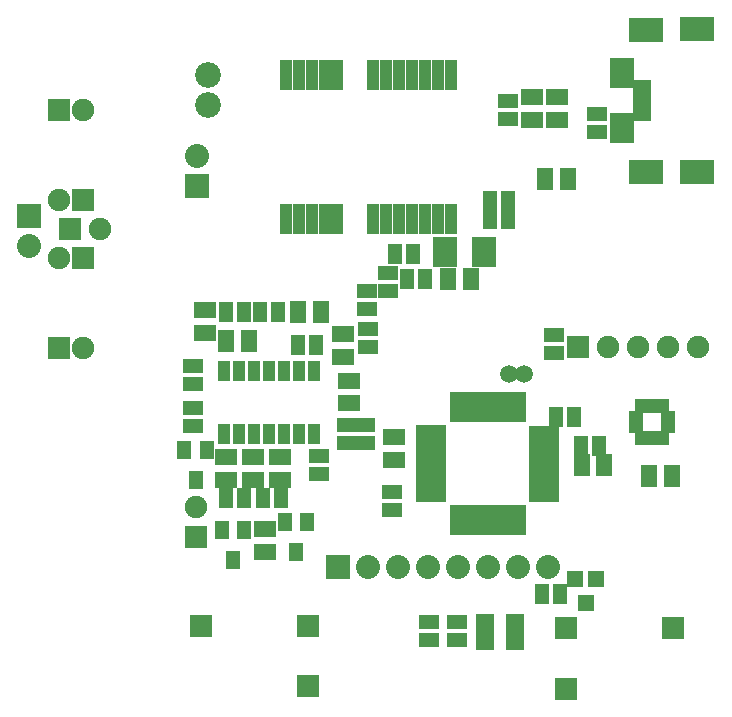
<source format=gts>
G04 (created by PCBNEW-RS274X (2012-jan-04)-stable) date lun 03 giu 2013 23:00:55 CEST*
G01*
G70*
G90*
%MOIN*%
G04 Gerber Fmt 3.4, Leading zero omitted, Abs format*
%FSLAX34Y34*%
G04 APERTURE LIST*
%ADD10C,0.006000*%
%ADD11R,0.040000X0.065000*%
%ADD12R,0.045000X0.065000*%
%ADD13R,0.065000X0.045000*%
%ADD14R,0.098700X0.037700*%
%ADD15R,0.037700X0.098700*%
%ADD16R,0.059400X0.047600*%
%ADD17R,0.056000X0.056000*%
%ADD18R,0.047600X0.059400*%
%ADD19R,0.075000X0.075000*%
%ADD20C,0.075000*%
%ADD21R,0.080000X0.080000*%
%ADD22C,0.080000*%
%ADD23R,0.080000X0.100000*%
%ADD24R,0.055000X0.075000*%
%ADD25R,0.075000X0.055000*%
%ADD26C,0.086000*%
%ADD27R,0.033800X0.047600*%
%ADD28R,0.047600X0.033800*%
%ADD29R,0.041700X0.098700*%
%ADD30C,0.059400*%
%ADD31R,0.114500X0.083000*%
%ADD32R,0.079100X0.098700*%
%ADD33R,0.061300X0.035700*%
G04 APERTURE END LIST*
G54D10*
G54D11*
X07283Y-16534D03*
X07783Y-16534D03*
X08283Y-16534D03*
X08783Y-16534D03*
X09283Y-16534D03*
X09783Y-16534D03*
X10283Y-16534D03*
X10283Y-14434D03*
X09783Y-14434D03*
X09283Y-14434D03*
X08783Y-14434D03*
X08283Y-14434D03*
X07783Y-14434D03*
X07283Y-14434D03*
G54D12*
X09733Y-13584D03*
X10333Y-13584D03*
X07933Y-12484D03*
X07333Y-12484D03*
G54D13*
X06233Y-14284D03*
X06233Y-14884D03*
G54D12*
X08483Y-12484D03*
X09083Y-12484D03*
G54D14*
X14187Y-18627D03*
X14187Y-18312D03*
X14187Y-17997D03*
X14187Y-17682D03*
X14187Y-17367D03*
X14187Y-17052D03*
X14187Y-16737D03*
X14187Y-16422D03*
X17953Y-16424D03*
X17953Y-18634D03*
X17953Y-18314D03*
X17953Y-17994D03*
X17953Y-17684D03*
X17953Y-17364D03*
X17953Y-17054D03*
X17953Y-16734D03*
G54D15*
X14971Y-15634D03*
X15285Y-15634D03*
X15601Y-15634D03*
X15915Y-15634D03*
X16231Y-15634D03*
X16545Y-15634D03*
X16861Y-15634D03*
X17175Y-15634D03*
X14973Y-19414D03*
X15283Y-19414D03*
X15603Y-19414D03*
X15913Y-19414D03*
X16223Y-19414D03*
X16543Y-19414D03*
X16863Y-19414D03*
X17183Y-19414D03*
G54D12*
X07333Y-18684D03*
X07933Y-18684D03*
G54D13*
X12083Y-13034D03*
X12083Y-13634D03*
G54D12*
X08583Y-18684D03*
X09183Y-18684D03*
G54D13*
X06233Y-16284D03*
X06233Y-15684D03*
X12033Y-11784D03*
X12033Y-12384D03*
X11983Y-16834D03*
X11983Y-16234D03*
X11383Y-16234D03*
X11383Y-16834D03*
X18283Y-13834D03*
X18283Y-13234D03*
X15058Y-22809D03*
X15058Y-23409D03*
X14110Y-23414D03*
X14110Y-22814D03*
G54D16*
X16983Y-22759D03*
X16983Y-23134D03*
X16983Y-23509D03*
X15983Y-23509D03*
X15983Y-23134D03*
X15983Y-22759D03*
G54D17*
X18988Y-21368D03*
X19688Y-21368D03*
X19338Y-22168D03*
G54D18*
X06333Y-18084D03*
X05958Y-17084D03*
X06708Y-17084D03*
X09683Y-20484D03*
X09308Y-19484D03*
X10058Y-19484D03*
X07583Y-20734D03*
X07208Y-19734D03*
X07958Y-19734D03*
G54D13*
X10433Y-17884D03*
X10433Y-17284D03*
G54D19*
X06333Y-19984D03*
G54D20*
X06333Y-18984D03*
G54D19*
X19083Y-13634D03*
G54D20*
X20083Y-13634D03*
X21083Y-13634D03*
X22083Y-13634D03*
X23083Y-13634D03*
G54D12*
X18933Y-15984D03*
X18333Y-15984D03*
X19783Y-16934D03*
X19183Y-16934D03*
G54D21*
X06383Y-08284D03*
G54D22*
X06383Y-07284D03*
G54D23*
X14633Y-10484D03*
X15933Y-10484D03*
G54D24*
X22208Y-17934D03*
X21458Y-17934D03*
X15508Y-11384D03*
X14758Y-11384D03*
G54D25*
X17533Y-06059D03*
X17533Y-05309D03*
X11433Y-15509D03*
X11433Y-14759D03*
X09133Y-17309D03*
X09133Y-18059D03*
X18383Y-06059D03*
X18383Y-05309D03*
G54D12*
X18461Y-21886D03*
X17861Y-21886D03*
X13983Y-11384D03*
X13383Y-11384D03*
G54D13*
X16733Y-05434D03*
X16733Y-06034D03*
X12733Y-11784D03*
X12733Y-11184D03*
G54D12*
X12983Y-10534D03*
X13583Y-10534D03*
G54D13*
X19696Y-05881D03*
X19696Y-06481D03*
G54D19*
X02586Y-08743D03*
G54D20*
X02586Y-05743D03*
G54D19*
X01786Y-05743D03*
G54D20*
X01786Y-08743D03*
G54D19*
X02586Y-10682D03*
G54D20*
X02586Y-13682D03*
G54D19*
X01786Y-13682D03*
G54D20*
X01786Y-10682D03*
G54D25*
X08633Y-20459D03*
X08633Y-19709D03*
G54D24*
X08108Y-13434D03*
X07358Y-13434D03*
X10508Y-12484D03*
X09758Y-12484D03*
G54D25*
X07333Y-17309D03*
X07333Y-18059D03*
X08233Y-17309D03*
X08233Y-18059D03*
X12956Y-16649D03*
X12956Y-17399D03*
G54D24*
X19958Y-17584D03*
X19208Y-17584D03*
G54D25*
X11233Y-13209D03*
X11233Y-13959D03*
X06633Y-13159D03*
X06633Y-12409D03*
G54D24*
X17991Y-08032D03*
X18741Y-08032D03*
G54D26*
X06732Y-04563D03*
X06732Y-05563D03*
G54D19*
X02145Y-09708D03*
G54D20*
X03145Y-09708D03*
G54D27*
X21927Y-16665D03*
X21730Y-16665D03*
X21533Y-16665D03*
X21336Y-16665D03*
X21139Y-16665D03*
G54D28*
X21002Y-16331D03*
X21002Y-16134D03*
X21002Y-15937D03*
G54D27*
X21139Y-15603D03*
X21336Y-15603D03*
X21533Y-15603D03*
X21730Y-15603D03*
X21927Y-15603D03*
G54D28*
X22064Y-15937D03*
X22064Y-16134D03*
X22064Y-16331D03*
G54D29*
X10193Y-04582D03*
X10626Y-04582D03*
X12240Y-04582D03*
X12674Y-04582D03*
X13540Y-04582D03*
X13973Y-04582D03*
X14406Y-04582D03*
X14839Y-04582D03*
X13107Y-04582D03*
X11059Y-04582D03*
X09760Y-04582D03*
X09327Y-04582D03*
X09327Y-09386D03*
X09760Y-09386D03*
X10193Y-09386D03*
X10626Y-09386D03*
X11059Y-09386D03*
X12242Y-09386D03*
X12675Y-09386D03*
X13108Y-09386D03*
X13541Y-09386D03*
X13974Y-09386D03*
X14406Y-09386D03*
X14839Y-09386D03*
G54D30*
X16779Y-14536D03*
X17283Y-14534D03*
G54D12*
X16744Y-08784D03*
X16144Y-08784D03*
X16740Y-09386D03*
X16140Y-09386D03*
G54D21*
X11083Y-20984D03*
G54D22*
X12083Y-20984D03*
X13083Y-20984D03*
X14083Y-20984D03*
X15083Y-20984D03*
X16083Y-20984D03*
X17083Y-20984D03*
X18083Y-20984D03*
G54D13*
X12877Y-19080D03*
X12877Y-18480D03*
G54D21*
X00790Y-09279D03*
G54D22*
X00790Y-10279D03*
G54D31*
X23047Y-03047D03*
X23047Y-07791D03*
X21354Y-07791D03*
X21354Y-03067D03*
G54D32*
X20527Y-06354D03*
X20527Y-04504D03*
G54D33*
X21197Y-05429D03*
X21197Y-05685D03*
X21197Y-05173D03*
X21197Y-04917D03*
X21197Y-05941D03*
G54D19*
X18673Y-25028D03*
X18692Y-23020D03*
X22255Y-23020D03*
X06503Y-22941D03*
X10086Y-24949D03*
X10066Y-22941D03*
M02*

</source>
